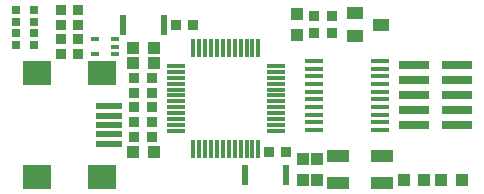
<source format=gbr>
%TF.GenerationSoftware,KiCad,Pcbnew,(6.0.7)*%
%TF.CreationDate,2022-08-30T17:51:16+02:00*%
%TF.ProjectId,blackmagic_richardeoin,626c6163-6b6d-4616-9769-635f72696368,rev?*%
%TF.SameCoordinates,Original*%
%TF.FileFunction,Paste,Top*%
%TF.FilePolarity,Positive*%
%FSLAX46Y46*%
G04 Gerber Fmt 4.6, Leading zero omitted, Abs format (unit mm)*
G04 Created by KiCad (PCBNEW (6.0.7)) date 2022-08-30 17:51:16*
%MOMM*%
%LPD*%
G01*
G04 APERTURE LIST*
%ADD10R,0.600000X1.700000*%
%ADD11R,2.308000X0.500000*%
%ADD12R,2.400000X2.000000*%
%ADD13R,1.600000X0.350000*%
%ADD14R,0.800000X0.800000*%
%ADD15R,0.900000X0.900000*%
%ADD16R,2.600000X0.650000*%
%ADD17R,1.080000X1.050000*%
%ADD18R,1.900000X1.100000*%
%ADD19R,1.050000X1.080000*%
%ADD20R,1.400000X1.000000*%
%ADD21R,0.800000X0.350000*%
%ADD22R,1.500000X0.300000*%
%ADD23R,0.300000X1.500000*%
G04 APERTURE END LIST*
D10*
%TO.C,BTN2*%
X172126100Y-103753600D03*
X168626100Y-103753600D03*
%TD*%
D11*
%TO.C,CN1*%
X157065100Y-99503600D03*
X157065100Y-98703600D03*
X157065100Y-101103600D03*
D12*
X151001100Y-95103600D03*
X156501100Y-95103600D03*
X156501100Y-103903600D03*
X151001100Y-103903600D03*
D11*
X157065100Y-100303600D03*
X157065100Y-97903600D03*
%TD*%
D13*
%TO.C,IC2*%
X180051100Y-99928600D03*
X180051100Y-99278600D03*
X180051100Y-98628600D03*
X180051100Y-97978600D03*
X180051100Y-97328600D03*
X180051100Y-96678600D03*
X180051100Y-96028600D03*
X180051100Y-95378600D03*
X180051100Y-94728600D03*
X180051100Y-94078600D03*
X174451100Y-94078600D03*
X174451100Y-94728600D03*
X174451100Y-95378600D03*
X174451100Y-96028600D03*
X174451100Y-96678600D03*
X174451100Y-97328600D03*
X174451100Y-97978600D03*
X174451100Y-98628600D03*
X174451100Y-99278600D03*
X174451100Y-99928600D03*
%TD*%
D14*
%TO.C,D2*%
X150751100Y-91753600D03*
X149251100Y-91753600D03*
%TD*%
D15*
%TO.C,R10*%
X154501100Y-92253600D03*
X153001100Y-92253600D03*
%TD*%
%TO.C,R7*%
X160751100Y-96753600D03*
X159251100Y-96753600D03*
%TD*%
%TO.C,R5*%
X162751100Y-91003600D03*
X164251100Y-91003600D03*
%TD*%
%TO.C,R8*%
X176001100Y-90253600D03*
X176001100Y-91753600D03*
%TD*%
%TO.C,R1*%
X160751100Y-100503600D03*
X159251100Y-100503600D03*
%TD*%
D16*
%TO.C,JTAG1*%
X186601100Y-99543600D03*
X182901100Y-99543600D03*
X186601100Y-98273600D03*
X182901100Y-98273600D03*
X186601100Y-97003600D03*
X182901100Y-97003600D03*
X186601100Y-95733600D03*
X182901100Y-95733600D03*
X186601100Y-94463600D03*
X182901100Y-94463600D03*
%TD*%
D15*
%TO.C,R2*%
X160751100Y-99253600D03*
X159251100Y-99253600D03*
%TD*%
%TO.C,R12*%
X154501100Y-89753600D03*
X153001100Y-89753600D03*
%TD*%
D17*
%TO.C,C7*%
X174751100Y-102378600D03*
X174751100Y-104128600D03*
%TD*%
D14*
%TO.C,D3*%
X150751100Y-90753600D03*
X149251100Y-90753600D03*
%TD*%
D18*
%TO.C,Y1*%
X180226100Y-102103600D03*
X176526100Y-102103600D03*
X176526100Y-104403600D03*
X180226100Y-104403600D03*
%TD*%
D19*
%TO.C,C2*%
X160876100Y-93003600D03*
X159126100Y-93003600D03*
%TD*%
D10*
%TO.C,BTN1*%
X161751100Y-91003600D03*
X158251100Y-91003600D03*
%TD*%
D15*
%TO.C,R11*%
X154501100Y-91003600D03*
X153001100Y-91003600D03*
%TD*%
D20*
%TO.C,Q1*%
X177901100Y-90053600D03*
X177901100Y-91953600D03*
X180101100Y-91003600D03*
%TD*%
D21*
%TO.C,IC3*%
X157601100Y-93528600D03*
X157601100Y-92878600D03*
X157601100Y-92228600D03*
X155901100Y-92228600D03*
X155901100Y-93528600D03*
%TD*%
D15*
%TO.C,R6*%
X174501100Y-91753600D03*
X174501100Y-90253600D03*
%TD*%
D19*
%TO.C,C5*%
X160876100Y-101753600D03*
X159126100Y-101753600D03*
%TD*%
%TO.C,C1*%
X159126100Y-94253600D03*
X160876100Y-94253600D03*
%TD*%
%TO.C,C4*%
X185200000Y-104200000D03*
X186950000Y-104200000D03*
%TD*%
D15*
%TO.C,R13*%
X172126100Y-101753600D03*
X170626100Y-101753600D03*
%TD*%
D14*
%TO.C,D1*%
X150751100Y-92753600D03*
X149251100Y-92753600D03*
%TD*%
D17*
%TO.C,C3*%
X173501100Y-102378600D03*
X173501100Y-104128600D03*
%TD*%
D15*
%TO.C,R4*%
X159251100Y-95503600D03*
X160751100Y-95503600D03*
%TD*%
%TO.C,R3*%
X160751100Y-98003600D03*
X159251100Y-98003600D03*
%TD*%
D22*
%TO.C,IC1*%
X171251100Y-100003600D03*
X171251100Y-99503600D03*
X171251100Y-99003600D03*
X171251100Y-98503600D03*
X171251100Y-98003600D03*
X171251100Y-97503600D03*
X171251100Y-97003600D03*
X171251100Y-96503600D03*
X171251100Y-96003600D03*
X171251100Y-95503600D03*
X171251100Y-95003600D03*
X171251100Y-94503600D03*
D23*
X169751100Y-93003600D03*
X169251100Y-93003600D03*
X168751100Y-93003600D03*
X168251100Y-93003600D03*
X167751100Y-93003600D03*
X167251100Y-93003600D03*
X166751100Y-93003600D03*
X166251100Y-93003600D03*
X165751100Y-93003600D03*
X165251100Y-93003600D03*
X164751100Y-93003600D03*
X164251100Y-93003600D03*
D22*
X162751100Y-94503600D03*
X162751100Y-95003600D03*
X162751100Y-95503600D03*
X162751100Y-96003600D03*
X162751100Y-96503600D03*
X162751100Y-97003600D03*
X162751100Y-97503600D03*
X162751100Y-98003600D03*
X162751100Y-98503600D03*
X162751100Y-99003600D03*
X162751100Y-99503600D03*
X162751100Y-100003600D03*
D23*
X164251100Y-101503600D03*
X164751100Y-101503600D03*
X165251100Y-101503600D03*
X165751100Y-101503600D03*
X166251100Y-101503600D03*
X166751100Y-101503600D03*
X167251100Y-101503600D03*
X167751100Y-101503600D03*
X168251100Y-101503600D03*
X168751100Y-101503600D03*
X169251100Y-101503600D03*
X169751100Y-101503600D03*
%TD*%
D19*
%TO.C,C8*%
X182050000Y-104200000D03*
X183800000Y-104200000D03*
%TD*%
D17*
%TO.C,C6*%
X173001100Y-90128600D03*
X173001100Y-91878600D03*
%TD*%
D15*
%TO.C,R9*%
X154501100Y-93503600D03*
X153001100Y-93503600D03*
%TD*%
D14*
%TO.C,D4*%
X150751100Y-89753600D03*
X149251100Y-89753600D03*
%TD*%
M02*

</source>
